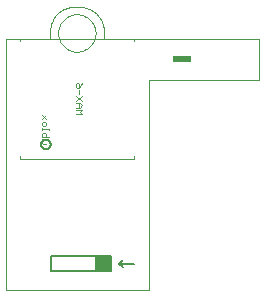
<source format=gbo>
G75*
%MOIN*%
%OFA0B0*%
%FSLAX24Y24*%
%IPPOS*%
%LPD*%
%AMOC8*
5,1,8,0,0,1.08239X$1,22.5*
%
%ADD10C,0.0000*%
%ADD11R,0.0591X0.0236*%
%ADD12C,0.0050*%
%ADD13C,0.0039*%
%ADD14C,0.0020*%
D10*
X007150Y007500D02*
X007150Y015875D01*
X008619Y015875D01*
X008619Y016168D01*
X008619Y016169D02*
X008622Y016222D01*
X008629Y016275D01*
X008639Y016328D01*
X008652Y016380D01*
X008670Y016431D01*
X008690Y016480D01*
X008714Y016528D01*
X008742Y016574D01*
X008772Y016618D01*
X008805Y016660D01*
X008841Y016700D01*
X008880Y016737D01*
X008921Y016772D01*
X008964Y016803D01*
X009010Y016832D01*
X009057Y016857D01*
X009106Y016879D01*
X009156Y016898D01*
X009207Y016913D01*
X009260Y016925D01*
X009313Y016933D01*
X009366Y016937D01*
X009420Y016938D01*
X009419Y016938D02*
X009556Y016938D01*
X009555Y016938D02*
X009612Y016937D01*
X009668Y016932D01*
X009724Y016924D01*
X009780Y016911D01*
X009834Y016895D01*
X009887Y016875D01*
X009938Y016852D01*
X009988Y016825D01*
X010036Y016795D01*
X010082Y016762D01*
X010125Y016725D01*
X010166Y016686D01*
X010204Y016644D01*
X010239Y016600D01*
X010271Y016553D01*
X010300Y016504D01*
X010325Y016454D01*
X010347Y016401D01*
X010365Y016348D01*
X010379Y016293D01*
X010390Y016237D01*
X010397Y016181D01*
X010400Y016125D01*
X010400Y016124D02*
X010400Y015875D01*
X015584Y015875D01*
X015584Y014503D01*
X011900Y014503D01*
X011900Y014250D01*
X011898Y007500D01*
X007150Y007500D01*
X008875Y016064D02*
X008877Y016114D01*
X008883Y016163D01*
X008893Y016212D01*
X008906Y016259D01*
X008924Y016306D01*
X008945Y016351D01*
X008969Y016394D01*
X008997Y016435D01*
X009028Y016474D01*
X009062Y016510D01*
X009099Y016544D01*
X009139Y016574D01*
X009180Y016601D01*
X009224Y016625D01*
X009269Y016645D01*
X009316Y016661D01*
X009364Y016674D01*
X009413Y016683D01*
X009463Y016688D01*
X009512Y016689D01*
X009562Y016686D01*
X009611Y016679D01*
X009660Y016668D01*
X009707Y016654D01*
X009753Y016635D01*
X009798Y016613D01*
X009841Y016588D01*
X009881Y016559D01*
X009919Y016527D01*
X009955Y016493D01*
X009988Y016455D01*
X010017Y016415D01*
X010043Y016373D01*
X010066Y016329D01*
X010085Y016283D01*
X010101Y016236D01*
X010113Y016187D01*
X010121Y016138D01*
X010125Y016089D01*
X010125Y016039D01*
X010121Y015990D01*
X010113Y015941D01*
X010101Y015892D01*
X010085Y015845D01*
X010066Y015799D01*
X010043Y015755D01*
X010017Y015713D01*
X009988Y015673D01*
X009955Y015635D01*
X009919Y015601D01*
X009881Y015569D01*
X009841Y015540D01*
X009798Y015515D01*
X009753Y015493D01*
X009707Y015474D01*
X009660Y015460D01*
X009611Y015449D01*
X009562Y015442D01*
X009512Y015439D01*
X009463Y015440D01*
X009413Y015445D01*
X009364Y015454D01*
X009316Y015467D01*
X009269Y015483D01*
X009224Y015503D01*
X009180Y015527D01*
X009139Y015554D01*
X009099Y015584D01*
X009062Y015618D01*
X009028Y015654D01*
X008997Y015693D01*
X008969Y015734D01*
X008945Y015777D01*
X008924Y015822D01*
X008906Y015869D01*
X008893Y015916D01*
X008883Y015965D01*
X008877Y016014D01*
X008875Y016064D01*
D11*
X013007Y015201D03*
D12*
X008309Y012345D02*
X008311Y012370D01*
X008317Y012394D01*
X008326Y012417D01*
X008339Y012438D01*
X008356Y012457D01*
X008375Y012474D01*
X008396Y012487D01*
X008419Y012496D01*
X008443Y012502D01*
X008468Y012504D01*
X008493Y012502D01*
X008517Y012496D01*
X008540Y012487D01*
X008561Y012474D01*
X008580Y012457D01*
X008597Y012438D01*
X008610Y012417D01*
X008619Y012394D01*
X008625Y012370D01*
X008627Y012345D01*
X008625Y012320D01*
X008619Y012296D01*
X008610Y012273D01*
X008597Y012252D01*
X008580Y012233D01*
X008561Y012216D01*
X008540Y012203D01*
X008517Y012194D01*
X008493Y012188D01*
X008468Y012186D01*
X008443Y012188D01*
X008419Y012194D01*
X008396Y012203D01*
X008375Y012216D01*
X008356Y012233D01*
X008339Y012252D01*
X008326Y012273D01*
X008317Y012296D01*
X008311Y012320D01*
X008309Y012345D01*
X008650Y008625D02*
X008650Y008125D01*
X010650Y008125D01*
X010150Y008125D01*
X010150Y008625D01*
X010650Y008625D01*
X010650Y008125D01*
X010650Y008625D01*
X008650Y008625D01*
X010150Y008616D02*
X010650Y008616D01*
X010650Y008567D02*
X010150Y008567D01*
X010150Y008519D02*
X010650Y008519D01*
X010650Y008470D02*
X010150Y008470D01*
X010150Y008422D02*
X010650Y008422D01*
X010650Y008373D02*
X010150Y008373D01*
X010150Y008325D02*
X010650Y008325D01*
X010650Y008276D02*
X010150Y008276D01*
X010150Y008228D02*
X010650Y008228D01*
X010650Y008179D02*
X010150Y008179D01*
X010150Y008131D02*
X010650Y008131D01*
X010900Y008375D02*
X011025Y008250D01*
X010900Y008375D02*
X011025Y008500D01*
X010900Y008375D02*
X011400Y008375D01*
D13*
X011421Y011872D02*
X007602Y011872D01*
X007602Y011971D01*
X007602Y015790D02*
X007602Y015849D01*
X011421Y015849D01*
X011421Y015790D01*
X011421Y011971D02*
X011421Y011872D01*
D14*
X009682Y013359D02*
X009609Y013432D01*
X009682Y013506D01*
X009462Y013506D01*
X009462Y013580D02*
X009609Y013580D01*
X009682Y013653D01*
X009609Y013727D01*
X009462Y013727D01*
X009462Y013801D02*
X009682Y013948D01*
X009572Y014022D02*
X009572Y014169D01*
X009572Y014243D02*
X009572Y014353D01*
X009536Y014390D01*
X009499Y014390D01*
X009462Y014353D01*
X009462Y014279D01*
X009499Y014243D01*
X009572Y014243D01*
X009646Y014316D01*
X009682Y014390D01*
X009462Y013948D02*
X009682Y013801D01*
X009572Y013727D02*
X009572Y013580D01*
X009462Y013359D02*
X009682Y013359D01*
X008487Y013332D02*
X008340Y013185D01*
X008377Y013111D02*
X008450Y013111D01*
X008487Y013074D01*
X008487Y013001D01*
X008450Y012964D01*
X008377Y012964D01*
X008340Y013001D01*
X008340Y013074D01*
X008377Y013111D01*
X008487Y013185D02*
X008340Y013332D01*
X008340Y012890D02*
X008340Y012817D01*
X008340Y012853D02*
X008560Y012853D01*
X008560Y012817D01*
X008487Y012706D02*
X008450Y012742D01*
X008377Y012742D01*
X008340Y012706D01*
X008340Y012596D01*
X008560Y012596D01*
X008487Y012596D02*
X008487Y012706D01*
X008487Y012521D02*
X008340Y012521D01*
X008340Y012411D01*
X008377Y012375D01*
X008487Y012375D01*
M02*

</source>
